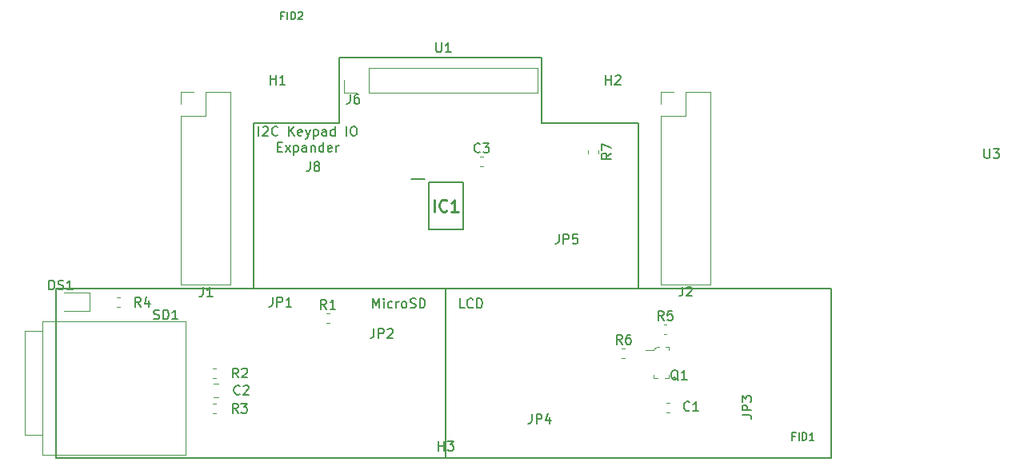
<source format=gbr>
G04 #@! TF.GenerationSoftware,KiCad,Pcbnew,(5.0.2)-1*
G04 #@! TF.CreationDate,2019-10-04T12:45:50+03:00*
G04 #@! TF.ProjectId,UI-Micro-SD,55492d4d-6963-4726-9f2d-53442e6b6963,rev?*
G04 #@! TF.SameCoordinates,Original*
G04 #@! TF.FileFunction,Legend,Top*
G04 #@! TF.FilePolarity,Positive*
%FSLAX46Y46*%
G04 Gerber Fmt 4.6, Leading zero omitted, Abs format (unit mm)*
G04 Created by KiCad (PCBNEW (5.0.2)-1) date 04.10.2019 12:45:50*
%MOMM*%
%LPD*%
G01*
G04 APERTURE LIST*
%ADD10C,0.200000*%
%ADD11C,0.120000*%
%ADD12C,0.100000*%
%ADD13C,0.050000*%
%ADD14C,0.150000*%
%ADD15C,0.254000*%
G04 APERTURE END LIST*
D10*
X129540000Y-109283500D02*
X139763500Y-109283500D01*
X129540000Y-102362000D02*
X129540000Y-109283500D01*
X108140500Y-102362000D02*
X129540000Y-102362000D01*
X108140500Y-109283500D02*
X108140500Y-102362000D01*
X99060000Y-109283500D02*
X108140500Y-109283500D01*
X99608333Y-110663880D02*
X99608333Y-109663880D01*
X100036904Y-109759119D02*
X100084523Y-109711500D01*
X100179761Y-109663880D01*
X100417857Y-109663880D01*
X100513095Y-109711500D01*
X100560714Y-109759119D01*
X100608333Y-109854357D01*
X100608333Y-109949595D01*
X100560714Y-110092452D01*
X99989285Y-110663880D01*
X100608333Y-110663880D01*
X101608333Y-110568642D02*
X101560714Y-110616261D01*
X101417857Y-110663880D01*
X101322619Y-110663880D01*
X101179761Y-110616261D01*
X101084523Y-110521023D01*
X101036904Y-110425785D01*
X100989285Y-110235309D01*
X100989285Y-110092452D01*
X101036904Y-109901976D01*
X101084523Y-109806738D01*
X101179761Y-109711500D01*
X101322619Y-109663880D01*
X101417857Y-109663880D01*
X101560714Y-109711500D01*
X101608333Y-109759119D01*
X102798809Y-110663880D02*
X102798809Y-109663880D01*
X103370238Y-110663880D02*
X102941666Y-110092452D01*
X103370238Y-109663880D02*
X102798809Y-110235309D01*
X104179761Y-110616261D02*
X104084523Y-110663880D01*
X103894047Y-110663880D01*
X103798809Y-110616261D01*
X103751190Y-110521023D01*
X103751190Y-110140071D01*
X103798809Y-110044833D01*
X103894047Y-109997214D01*
X104084523Y-109997214D01*
X104179761Y-110044833D01*
X104227380Y-110140071D01*
X104227380Y-110235309D01*
X103751190Y-110330547D01*
X104560714Y-109997214D02*
X104798809Y-110663880D01*
X105036904Y-109997214D02*
X104798809Y-110663880D01*
X104703571Y-110901976D01*
X104655952Y-110949595D01*
X104560714Y-110997214D01*
X105417857Y-109997214D02*
X105417857Y-110997214D01*
X105417857Y-110044833D02*
X105513095Y-109997214D01*
X105703571Y-109997214D01*
X105798809Y-110044833D01*
X105846428Y-110092452D01*
X105894047Y-110187690D01*
X105894047Y-110473404D01*
X105846428Y-110568642D01*
X105798809Y-110616261D01*
X105703571Y-110663880D01*
X105513095Y-110663880D01*
X105417857Y-110616261D01*
X106751190Y-110663880D02*
X106751190Y-110140071D01*
X106703571Y-110044833D01*
X106608333Y-109997214D01*
X106417857Y-109997214D01*
X106322619Y-110044833D01*
X106751190Y-110616261D02*
X106655952Y-110663880D01*
X106417857Y-110663880D01*
X106322619Y-110616261D01*
X106275000Y-110521023D01*
X106275000Y-110425785D01*
X106322619Y-110330547D01*
X106417857Y-110282928D01*
X106655952Y-110282928D01*
X106751190Y-110235309D01*
X107655952Y-110663880D02*
X107655952Y-109663880D01*
X107655952Y-110616261D02*
X107560714Y-110663880D01*
X107370238Y-110663880D01*
X107275000Y-110616261D01*
X107227380Y-110568642D01*
X107179761Y-110473404D01*
X107179761Y-110187690D01*
X107227380Y-110092452D01*
X107275000Y-110044833D01*
X107370238Y-109997214D01*
X107560714Y-109997214D01*
X107655952Y-110044833D01*
X108894047Y-110663880D02*
X108894047Y-109663880D01*
X109560714Y-109663880D02*
X109751190Y-109663880D01*
X109846428Y-109711500D01*
X109941666Y-109806738D01*
X109989285Y-109997214D01*
X109989285Y-110330547D01*
X109941666Y-110521023D01*
X109846428Y-110616261D01*
X109751190Y-110663880D01*
X109560714Y-110663880D01*
X109465476Y-110616261D01*
X109370238Y-110521023D01*
X109322619Y-110330547D01*
X109322619Y-109997214D01*
X109370238Y-109806738D01*
X109465476Y-109711500D01*
X109560714Y-109663880D01*
X101608333Y-111840071D02*
X101941666Y-111840071D01*
X102084523Y-112363880D02*
X101608333Y-112363880D01*
X101608333Y-111363880D01*
X102084523Y-111363880D01*
X102417857Y-112363880D02*
X102941666Y-111697214D01*
X102417857Y-111697214D02*
X102941666Y-112363880D01*
X103322619Y-111697214D02*
X103322619Y-112697214D01*
X103322619Y-111744833D02*
X103417857Y-111697214D01*
X103608333Y-111697214D01*
X103703571Y-111744833D01*
X103751190Y-111792452D01*
X103798809Y-111887690D01*
X103798809Y-112173404D01*
X103751190Y-112268642D01*
X103703571Y-112316261D01*
X103608333Y-112363880D01*
X103417857Y-112363880D01*
X103322619Y-112316261D01*
X104655952Y-112363880D02*
X104655952Y-111840071D01*
X104608333Y-111744833D01*
X104513095Y-111697214D01*
X104322619Y-111697214D01*
X104227380Y-111744833D01*
X104655952Y-112316261D02*
X104560714Y-112363880D01*
X104322619Y-112363880D01*
X104227380Y-112316261D01*
X104179761Y-112221023D01*
X104179761Y-112125785D01*
X104227380Y-112030547D01*
X104322619Y-111982928D01*
X104560714Y-111982928D01*
X104655952Y-111935309D01*
X105132142Y-111697214D02*
X105132142Y-112363880D01*
X105132142Y-111792452D02*
X105179761Y-111744833D01*
X105275000Y-111697214D01*
X105417857Y-111697214D01*
X105513095Y-111744833D01*
X105560714Y-111840071D01*
X105560714Y-112363880D01*
X106465476Y-112363880D02*
X106465476Y-111363880D01*
X106465476Y-112316261D02*
X106370238Y-112363880D01*
X106179761Y-112363880D01*
X106084523Y-112316261D01*
X106036904Y-112268642D01*
X105989285Y-112173404D01*
X105989285Y-111887690D01*
X106036904Y-111792452D01*
X106084523Y-111744833D01*
X106179761Y-111697214D01*
X106370238Y-111697214D01*
X106465476Y-111744833D01*
X107322619Y-112316261D02*
X107227380Y-112363880D01*
X107036904Y-112363880D01*
X106941666Y-112316261D01*
X106894047Y-112221023D01*
X106894047Y-111840071D01*
X106941666Y-111744833D01*
X107036904Y-111697214D01*
X107227380Y-111697214D01*
X107322619Y-111744833D01*
X107370238Y-111840071D01*
X107370238Y-111935309D01*
X106894047Y-112030547D01*
X107798809Y-112363880D02*
X107798809Y-111697214D01*
X107798809Y-111887690D02*
X107846428Y-111792452D01*
X107894047Y-111744833D01*
X107989285Y-111697214D01*
X108084523Y-111697214D01*
X99060000Y-109283500D02*
X99060000Y-126809500D01*
X78105000Y-126809500D02*
X160147000Y-126809500D01*
X139763500Y-109283500D02*
X139763500Y-126809500D01*
X78105000Y-144780000D02*
X78105000Y-126812040D01*
X123860560Y-144780000D02*
X78105000Y-144780000D01*
X119415560Y-126812040D02*
X119415560Y-144780000D01*
X111688904Y-128895100D02*
X111688904Y-127895100D01*
X112022238Y-128609386D01*
X112355571Y-127895100D01*
X112355571Y-128895100D01*
X112831761Y-128895100D02*
X112831761Y-128228434D01*
X112831761Y-127895100D02*
X112784142Y-127942720D01*
X112831761Y-127990339D01*
X112879380Y-127942720D01*
X112831761Y-127895100D01*
X112831761Y-127990339D01*
X113736523Y-128847481D02*
X113641285Y-128895100D01*
X113450809Y-128895100D01*
X113355571Y-128847481D01*
X113307952Y-128799862D01*
X113260333Y-128704624D01*
X113260333Y-128418910D01*
X113307952Y-128323672D01*
X113355571Y-128276053D01*
X113450809Y-128228434D01*
X113641285Y-128228434D01*
X113736523Y-128276053D01*
X114165095Y-128895100D02*
X114165095Y-128228434D01*
X114165095Y-128418910D02*
X114212714Y-128323672D01*
X114260333Y-128276053D01*
X114355571Y-128228434D01*
X114450809Y-128228434D01*
X114927000Y-128895100D02*
X114831761Y-128847481D01*
X114784142Y-128799862D01*
X114736523Y-128704624D01*
X114736523Y-128418910D01*
X114784142Y-128323672D01*
X114831761Y-128276053D01*
X114927000Y-128228434D01*
X115069857Y-128228434D01*
X115165095Y-128276053D01*
X115212714Y-128323672D01*
X115260333Y-128418910D01*
X115260333Y-128704624D01*
X115212714Y-128799862D01*
X115165095Y-128847481D01*
X115069857Y-128895100D01*
X114927000Y-128895100D01*
X115641285Y-128847481D02*
X115784142Y-128895100D01*
X116022238Y-128895100D01*
X116117476Y-128847481D01*
X116165095Y-128799862D01*
X116212714Y-128704624D01*
X116212714Y-128609386D01*
X116165095Y-128514148D01*
X116117476Y-128466529D01*
X116022238Y-128418910D01*
X115831761Y-128371291D01*
X115736523Y-128323672D01*
X115688904Y-128276053D01*
X115641285Y-128180815D01*
X115641285Y-128085577D01*
X115688904Y-127990339D01*
X115736523Y-127942720D01*
X115831761Y-127895100D01*
X116069857Y-127895100D01*
X116212714Y-127942720D01*
X116641285Y-128895100D02*
X116641285Y-127895100D01*
X116879380Y-127895100D01*
X117022238Y-127942720D01*
X117117476Y-128037958D01*
X117165095Y-128133196D01*
X117212714Y-128323672D01*
X117212714Y-128466529D01*
X117165095Y-128657005D01*
X117117476Y-128752243D01*
X117022238Y-128847481D01*
X116879380Y-128895100D01*
X116641285Y-128895100D01*
X121371763Y-128895100D02*
X120895573Y-128895100D01*
X120895573Y-127895100D01*
X122276525Y-128799862D02*
X122228906Y-128847481D01*
X122086049Y-128895100D01*
X121990811Y-128895100D01*
X121847954Y-128847481D01*
X121752716Y-128752243D01*
X121705097Y-128657005D01*
X121657478Y-128466529D01*
X121657478Y-128323672D01*
X121705097Y-128133196D01*
X121752716Y-128037958D01*
X121847954Y-127942720D01*
X121990811Y-127895100D01*
X122086049Y-127895100D01*
X122228906Y-127942720D01*
X122276525Y-127990339D01*
X122705097Y-128895100D02*
X122705097Y-127895100D01*
X122943192Y-127895100D01*
X123086049Y-127942720D01*
X123181287Y-128037958D01*
X123228906Y-128133196D01*
X123276525Y-128323672D01*
X123276525Y-128466529D01*
X123228906Y-128657005D01*
X123181287Y-128752243D01*
X123086049Y-128847481D01*
X122943192Y-128895100D01*
X122705097Y-128895100D01*
X160147000Y-144780000D02*
X122555000Y-144780000D01*
X160147000Y-126812040D02*
X160147000Y-144780000D01*
D11*
G04 #@! TO.C,C1*
X142727361Y-138930920D02*
X143052919Y-138930920D01*
X142727361Y-139950920D02*
X143052919Y-139950920D01*
G04 #@! TO.C,C2*
X94849182Y-136937680D02*
X95366338Y-136937680D01*
X94849182Y-138357680D02*
X95366338Y-138357680D01*
G04 #@! TO.C,C3*
X123017061Y-113926080D02*
X123342619Y-113926080D01*
X123017061Y-112906080D02*
X123342619Y-112906080D01*
G04 #@! TO.C,DS1*
X79010000Y-129230000D02*
X81695000Y-129230000D01*
X81695000Y-129230000D02*
X81695000Y-127310000D01*
X81695000Y-127310000D02*
X79010000Y-127310000D01*
D10*
G04 #@! TO.C,IC1*
X117561750Y-115609000D02*
X121261750Y-115609000D01*
X121261750Y-115609000D02*
X121261750Y-120609000D01*
X121261750Y-120609000D02*
X117561750Y-120609000D01*
X117561750Y-120609000D02*
X117561750Y-115609000D01*
X115736750Y-115259000D02*
X117211750Y-115259000D01*
D11*
G04 #@! TO.C,J6*
X129092000Y-106105000D02*
X129092000Y-103445000D01*
X111252000Y-106105000D02*
X129092000Y-106105000D01*
X111252000Y-103445000D02*
X129092000Y-103445000D01*
X111252000Y-106105000D02*
X111252000Y-103445000D01*
X109982000Y-106105000D02*
X108652000Y-106105000D01*
X108652000Y-106105000D02*
X108652000Y-104775000D01*
D12*
G04 #@! TO.C,Q1*
X142001500Y-133033500D02*
X141726500Y-133033500D01*
X141726500Y-133033500D02*
X141351500Y-133308500D01*
X141351500Y-133308500D02*
X141351500Y-133358500D01*
X141351500Y-133358500D02*
X140576500Y-133358500D01*
X141826500Y-136333500D02*
X141351500Y-136333500D01*
X141351500Y-136333500D02*
X141351500Y-135983500D01*
X143001500Y-136108500D02*
X143001500Y-135983500D01*
X143001500Y-136033500D02*
X143001500Y-136333500D01*
X143001500Y-136333500D02*
X142551500Y-136333500D01*
X142626500Y-133033500D02*
X143001500Y-133033500D01*
X143001500Y-133033500D02*
X143001500Y-133333500D01*
D11*
G04 #@! TO.C,R1*
X106771221Y-130494500D02*
X107096779Y-130494500D01*
X106771221Y-129474500D02*
X107096779Y-129474500D01*
G04 #@! TO.C,R2*
X94744981Y-135278400D02*
X95070539Y-135278400D01*
X94744981Y-136298400D02*
X95070539Y-136298400D01*
G04 #@! TO.C,R3*
X94744981Y-140016960D02*
X95070539Y-140016960D01*
X94744981Y-138996960D02*
X95070539Y-138996960D01*
G04 #@! TO.C,R4*
X84609721Y-127760000D02*
X84935279Y-127760000D01*
X84609721Y-128780000D02*
X84935279Y-128780000D01*
G04 #@! TO.C,R5*
X142458221Y-131701000D02*
X142783779Y-131701000D01*
X142458221Y-130681000D02*
X142783779Y-130681000D01*
G04 #@! TO.C,R6*
X138338779Y-134241000D02*
X138013221Y-134241000D01*
X138338779Y-133221000D02*
X138013221Y-133221000D01*
G04 #@! TO.C,R7*
X135511000Y-112191581D02*
X135511000Y-112517139D01*
X134491000Y-112191581D02*
X134491000Y-112517139D01*
G04 #@! TO.C,J1*
X91380000Y-105985000D02*
X92710000Y-105985000D01*
X91380000Y-107315000D02*
X91380000Y-105985000D01*
X93980000Y-105985000D02*
X96580000Y-105985000D01*
X93980000Y-108585000D02*
X93980000Y-105985000D01*
X91380000Y-108585000D02*
X93980000Y-108585000D01*
X96580000Y-105985000D02*
X96580000Y-126425000D01*
X91380000Y-108585000D02*
X91380000Y-126425000D01*
X91380000Y-126425000D02*
X96580000Y-126425000D01*
G04 #@! TO.C,J2*
X142180000Y-126425000D02*
X147380000Y-126425000D01*
X142180000Y-108585000D02*
X142180000Y-126425000D01*
X147380000Y-105985000D02*
X147380000Y-126425000D01*
X142180000Y-108585000D02*
X144780000Y-108585000D01*
X144780000Y-108585000D02*
X144780000Y-105985000D01*
X144780000Y-105985000D02*
X147380000Y-105985000D01*
X142180000Y-107315000D02*
X142180000Y-105985000D01*
X142180000Y-105985000D02*
X143510000Y-105985000D01*
D13*
G04 #@! TO.C,SD1*
X76726360Y-144484520D02*
X76726360Y-130284520D01*
X76726360Y-130284520D02*
X91826360Y-130284520D01*
X91826360Y-130284520D02*
X91826360Y-144484520D01*
X91826360Y-144484520D02*
X76726360Y-144484520D01*
X74826360Y-131324520D02*
X74826360Y-142324520D01*
X74826360Y-142324520D02*
X76726360Y-142324520D01*
X74826360Y-131324520D02*
X76726360Y-131324520D01*
G04 #@! TO.C,FID2*
D14*
X102205897Y-97936057D02*
X101939230Y-97936057D01*
X101939230Y-98355104D02*
X101939230Y-97555104D01*
X102320182Y-97555104D01*
X102624944Y-98355104D02*
X102624944Y-97555104D01*
X103005897Y-98355104D02*
X103005897Y-97555104D01*
X103196373Y-97555104D01*
X103310659Y-97593200D01*
X103386849Y-97669390D01*
X103424944Y-97745580D01*
X103463040Y-97897961D01*
X103463040Y-98012247D01*
X103424944Y-98164628D01*
X103386849Y-98240819D01*
X103310659Y-98317009D01*
X103196373Y-98355104D01*
X103005897Y-98355104D01*
X103767801Y-97631295D02*
X103805897Y-97593200D01*
X103882087Y-97555104D01*
X104072563Y-97555104D01*
X104148754Y-97593200D01*
X104186849Y-97631295D01*
X104224944Y-97707485D01*
X104224944Y-97783676D01*
X104186849Y-97897961D01*
X103729706Y-98355104D01*
X104224944Y-98355104D01*
G04 #@! TO.C,H1*
X100822855Y-105227380D02*
X100822855Y-104227380D01*
X100822855Y-104703571D02*
X101394283Y-104703571D01*
X101394283Y-105227380D02*
X101394283Y-104227380D01*
X102394283Y-105227380D02*
X101822855Y-105227380D01*
X102108569Y-105227380D02*
X102108569Y-104227380D01*
X102013331Y-104370238D01*
X101918093Y-104465476D01*
X101822855Y-104513095D01*
G04 #@! TO.C,H2*
X136332055Y-105242620D02*
X136332055Y-104242620D01*
X136332055Y-104718811D02*
X136903483Y-104718811D01*
X136903483Y-105242620D02*
X136903483Y-104242620D01*
X137332055Y-104337859D02*
X137379674Y-104290240D01*
X137474912Y-104242620D01*
X137713007Y-104242620D01*
X137808245Y-104290240D01*
X137855864Y-104337859D01*
X137903483Y-104433097D01*
X137903483Y-104528335D01*
X137855864Y-104671192D01*
X137284436Y-105242620D01*
X137903483Y-105242620D01*
G04 #@! TO.C,H3*
X118633335Y-144013180D02*
X118633335Y-143013180D01*
X118633335Y-143489371D02*
X119204763Y-143489371D01*
X119204763Y-144013180D02*
X119204763Y-143013180D01*
X119585716Y-143013180D02*
X120204763Y-143013180D01*
X119871430Y-143394133D01*
X120014287Y-143394133D01*
X120109525Y-143441752D01*
X120157144Y-143489371D01*
X120204763Y-143584609D01*
X120204763Y-143822704D01*
X120157144Y-143917942D01*
X120109525Y-143965561D01*
X120014287Y-144013180D01*
X119728573Y-144013180D01*
X119633335Y-143965561D01*
X119585716Y-143917942D01*
G04 #@! TO.C,C1*
X145197333Y-139716782D02*
X145149714Y-139764401D01*
X145006857Y-139812020D01*
X144911619Y-139812020D01*
X144768761Y-139764401D01*
X144673523Y-139669163D01*
X144625904Y-139573925D01*
X144578285Y-139383449D01*
X144578285Y-139240592D01*
X144625904Y-139050116D01*
X144673523Y-138954878D01*
X144768761Y-138859640D01*
X144911619Y-138812020D01*
X145006857Y-138812020D01*
X145149714Y-138859640D01*
X145197333Y-138907259D01*
X146149714Y-139812020D02*
X145578285Y-139812020D01*
X145864000Y-139812020D02*
X145864000Y-138812020D01*
X145768761Y-138954878D01*
X145673523Y-139050116D01*
X145578285Y-139097735D01*
G04 #@! TO.C,C2*
X97603013Y-138004822D02*
X97555394Y-138052441D01*
X97412537Y-138100060D01*
X97317299Y-138100060D01*
X97174441Y-138052441D01*
X97079203Y-137957203D01*
X97031584Y-137861965D01*
X96983965Y-137671489D01*
X96983965Y-137528632D01*
X97031584Y-137338156D01*
X97079203Y-137242918D01*
X97174441Y-137147680D01*
X97317299Y-137100060D01*
X97412537Y-137100060D01*
X97555394Y-137147680D01*
X97603013Y-137195299D01*
X97983965Y-137195299D02*
X98031584Y-137147680D01*
X98126822Y-137100060D01*
X98364918Y-137100060D01*
X98460156Y-137147680D01*
X98507775Y-137195299D01*
X98555394Y-137290537D01*
X98555394Y-137385775D01*
X98507775Y-137528632D01*
X97936346Y-138100060D01*
X98555394Y-138100060D01*
G04 #@! TO.C,C3*
X123013173Y-112343222D02*
X122965554Y-112390841D01*
X122822697Y-112438460D01*
X122727459Y-112438460D01*
X122584601Y-112390841D01*
X122489363Y-112295603D01*
X122441744Y-112200365D01*
X122394125Y-112009889D01*
X122394125Y-111867032D01*
X122441744Y-111676556D01*
X122489363Y-111581318D01*
X122584601Y-111486080D01*
X122727459Y-111438460D01*
X122822697Y-111438460D01*
X122965554Y-111486080D01*
X123013173Y-111533699D01*
X123346506Y-111438460D02*
X123965554Y-111438460D01*
X123632220Y-111819413D01*
X123775078Y-111819413D01*
X123870316Y-111867032D01*
X123917935Y-111914651D01*
X123965554Y-112009889D01*
X123965554Y-112247984D01*
X123917935Y-112343222D01*
X123870316Y-112390841D01*
X123775078Y-112438460D01*
X123489363Y-112438460D01*
X123394125Y-112390841D01*
X123346506Y-112343222D01*
G04 #@! TO.C,DS1*
X77419034Y-126964700D02*
X77419034Y-125964700D01*
X77657129Y-125964700D01*
X77799986Y-126012320D01*
X77895224Y-126107558D01*
X77942843Y-126202796D01*
X77990462Y-126393272D01*
X77990462Y-126536129D01*
X77942843Y-126726605D01*
X77895224Y-126821843D01*
X77799986Y-126917081D01*
X77657129Y-126964700D01*
X77419034Y-126964700D01*
X78371415Y-126917081D02*
X78514272Y-126964700D01*
X78752367Y-126964700D01*
X78847605Y-126917081D01*
X78895224Y-126869462D01*
X78942843Y-126774224D01*
X78942843Y-126678986D01*
X78895224Y-126583748D01*
X78847605Y-126536129D01*
X78752367Y-126488510D01*
X78561891Y-126440891D01*
X78466653Y-126393272D01*
X78419034Y-126345653D01*
X78371415Y-126250415D01*
X78371415Y-126155177D01*
X78419034Y-126059939D01*
X78466653Y-126012320D01*
X78561891Y-125964700D01*
X78799986Y-125964700D01*
X78942843Y-126012320D01*
X79895224Y-126964700D02*
X79323796Y-126964700D01*
X79609510Y-126964700D02*
X79609510Y-125964700D01*
X79514272Y-126107558D01*
X79419034Y-126202796D01*
X79323796Y-126250415D01*
G04 #@! TO.C,FID1*
X156343457Y-142492737D02*
X156076790Y-142492737D01*
X156076790Y-142911784D02*
X156076790Y-142111784D01*
X156457742Y-142111784D01*
X156762504Y-142911784D02*
X156762504Y-142111784D01*
X157143457Y-142911784D02*
X157143457Y-142111784D01*
X157333933Y-142111784D01*
X157448219Y-142149880D01*
X157524409Y-142226070D01*
X157562504Y-142302260D01*
X157600600Y-142454641D01*
X157600600Y-142568927D01*
X157562504Y-142721308D01*
X157524409Y-142797499D01*
X157448219Y-142873689D01*
X157333933Y-142911784D01*
X157143457Y-142911784D01*
X158362504Y-142911784D02*
X157905361Y-142911784D01*
X158133933Y-142911784D02*
X158133933Y-142111784D01*
X158057742Y-142226070D01*
X157981552Y-142302260D01*
X157905361Y-142340356D01*
G04 #@! TO.C,IC1*
D15*
X118171988Y-118683523D02*
X118171988Y-117413523D01*
X119502464Y-118562571D02*
X119441988Y-118623047D01*
X119260559Y-118683523D01*
X119139607Y-118683523D01*
X118958178Y-118623047D01*
X118837226Y-118502095D01*
X118776750Y-118381142D01*
X118716273Y-118139238D01*
X118716273Y-117957809D01*
X118776750Y-117715904D01*
X118837226Y-117594952D01*
X118958178Y-117474000D01*
X119139607Y-117413523D01*
X119260559Y-117413523D01*
X119441988Y-117474000D01*
X119502464Y-117534476D01*
X120711988Y-118683523D02*
X119986273Y-118683523D01*
X120349130Y-118683523D02*
X120349130Y-117413523D01*
X120228178Y-117594952D01*
X120107226Y-117715904D01*
X119986273Y-117776380D01*
G04 #@! TO.C,J6*
D14*
X109267666Y-106259380D02*
X109267666Y-106973666D01*
X109220047Y-107116523D01*
X109124809Y-107211761D01*
X108981952Y-107259380D01*
X108886714Y-107259380D01*
X110172428Y-106259380D02*
X109981952Y-106259380D01*
X109886714Y-106307000D01*
X109839095Y-106354619D01*
X109743857Y-106497476D01*
X109696238Y-106687952D01*
X109696238Y-107068904D01*
X109743857Y-107164142D01*
X109791476Y-107211761D01*
X109886714Y-107259380D01*
X110077190Y-107259380D01*
X110172428Y-107211761D01*
X110220047Y-107164142D01*
X110267666Y-107068904D01*
X110267666Y-106830809D01*
X110220047Y-106735571D01*
X110172428Y-106687952D01*
X110077190Y-106640333D01*
X109886714Y-106640333D01*
X109791476Y-106687952D01*
X109743857Y-106735571D01*
X109696238Y-106830809D01*
G04 #@! TO.C,Q1*
X144004041Y-136574779D02*
X143908803Y-136527160D01*
X143813565Y-136431921D01*
X143670708Y-136289064D01*
X143575470Y-136241445D01*
X143480232Y-136241445D01*
X143527851Y-136479540D02*
X143432613Y-136431921D01*
X143337375Y-136336683D01*
X143289756Y-136146207D01*
X143289756Y-135812874D01*
X143337375Y-135622398D01*
X143432613Y-135527160D01*
X143527851Y-135479540D01*
X143718327Y-135479540D01*
X143813565Y-135527160D01*
X143908803Y-135622398D01*
X143956422Y-135812874D01*
X143956422Y-136146207D01*
X143908803Y-136336683D01*
X143813565Y-136431921D01*
X143718327Y-136479540D01*
X143527851Y-136479540D01*
X144908803Y-136479540D02*
X144337375Y-136479540D01*
X144623089Y-136479540D02*
X144623089Y-135479540D01*
X144527851Y-135622398D01*
X144432613Y-135717636D01*
X144337375Y-135765255D01*
G04 #@! TO.C,R1*
X106767333Y-129006880D02*
X106434000Y-128530690D01*
X106195904Y-129006880D02*
X106195904Y-128006880D01*
X106576857Y-128006880D01*
X106672095Y-128054500D01*
X106719714Y-128102119D01*
X106767333Y-128197357D01*
X106767333Y-128340214D01*
X106719714Y-128435452D01*
X106672095Y-128483071D01*
X106576857Y-128530690D01*
X106195904Y-128530690D01*
X107719714Y-129006880D02*
X107148285Y-129006880D01*
X107434000Y-129006880D02*
X107434000Y-128006880D01*
X107338761Y-128149738D01*
X107243523Y-128244976D01*
X107148285Y-128292595D01*
G04 #@! TO.C,R2*
X97446293Y-136276340D02*
X97112960Y-135800150D01*
X96874864Y-136276340D02*
X96874864Y-135276340D01*
X97255817Y-135276340D01*
X97351055Y-135323960D01*
X97398674Y-135371579D01*
X97446293Y-135466817D01*
X97446293Y-135609674D01*
X97398674Y-135704912D01*
X97351055Y-135752531D01*
X97255817Y-135800150D01*
X96874864Y-135800150D01*
X97827245Y-135371579D02*
X97874864Y-135323960D01*
X97970102Y-135276340D01*
X98208198Y-135276340D01*
X98303436Y-135323960D01*
X98351055Y-135371579D01*
X98398674Y-135466817D01*
X98398674Y-135562055D01*
X98351055Y-135704912D01*
X97779626Y-136276340D01*
X98398674Y-136276340D01*
G04 #@! TO.C,R3*
X97413173Y-140025380D02*
X97079840Y-139549190D01*
X96841744Y-140025380D02*
X96841744Y-139025380D01*
X97222697Y-139025380D01*
X97317935Y-139073000D01*
X97365554Y-139120619D01*
X97413173Y-139215857D01*
X97413173Y-139358714D01*
X97365554Y-139453952D01*
X97317935Y-139501571D01*
X97222697Y-139549190D01*
X96841744Y-139549190D01*
X97746506Y-139025380D02*
X98365554Y-139025380D01*
X98032220Y-139406333D01*
X98175078Y-139406333D01*
X98270316Y-139453952D01*
X98317935Y-139501571D01*
X98365554Y-139596809D01*
X98365554Y-139834904D01*
X98317935Y-139930142D01*
X98270316Y-139977761D01*
X98175078Y-140025380D01*
X97889363Y-140025380D01*
X97794125Y-139977761D01*
X97746506Y-139930142D01*
G04 #@! TO.C,R4*
X87122973Y-128752860D02*
X86789640Y-128276670D01*
X86551544Y-128752860D02*
X86551544Y-127752860D01*
X86932497Y-127752860D01*
X87027735Y-127800480D01*
X87075354Y-127848099D01*
X87122973Y-127943337D01*
X87122973Y-128086194D01*
X87075354Y-128181432D01*
X87027735Y-128229051D01*
X86932497Y-128276670D01*
X86551544Y-128276670D01*
X87980116Y-128086194D02*
X87980116Y-128752860D01*
X87742020Y-127705241D02*
X87503925Y-128419527D01*
X88122973Y-128419527D01*
G04 #@! TO.C,R5*
X142454333Y-130213380D02*
X142121000Y-129737190D01*
X141882904Y-130213380D02*
X141882904Y-129213380D01*
X142263857Y-129213380D01*
X142359095Y-129261000D01*
X142406714Y-129308619D01*
X142454333Y-129403857D01*
X142454333Y-129546714D01*
X142406714Y-129641952D01*
X142359095Y-129689571D01*
X142263857Y-129737190D01*
X141882904Y-129737190D01*
X143359095Y-129213380D02*
X142882904Y-129213380D01*
X142835285Y-129689571D01*
X142882904Y-129641952D01*
X142978142Y-129594333D01*
X143216238Y-129594333D01*
X143311476Y-129641952D01*
X143359095Y-129689571D01*
X143406714Y-129784809D01*
X143406714Y-130022904D01*
X143359095Y-130118142D01*
X143311476Y-130165761D01*
X143216238Y-130213380D01*
X142978142Y-130213380D01*
X142882904Y-130165761D01*
X142835285Y-130118142D01*
G04 #@! TO.C,R6*
X138049973Y-132740660D02*
X137716640Y-132264470D01*
X137478544Y-132740660D02*
X137478544Y-131740660D01*
X137859497Y-131740660D01*
X137954735Y-131788280D01*
X138002354Y-131835899D01*
X138049973Y-131931137D01*
X138049973Y-132073994D01*
X138002354Y-132169232D01*
X137954735Y-132216851D01*
X137859497Y-132264470D01*
X137478544Y-132264470D01*
X138907116Y-131740660D02*
X138716640Y-131740660D01*
X138621401Y-131788280D01*
X138573782Y-131835899D01*
X138478544Y-131978756D01*
X138430925Y-132169232D01*
X138430925Y-132550184D01*
X138478544Y-132645422D01*
X138526163Y-132693041D01*
X138621401Y-132740660D01*
X138811878Y-132740660D01*
X138907116Y-132693041D01*
X138954735Y-132645422D01*
X139002354Y-132550184D01*
X139002354Y-132312089D01*
X138954735Y-132216851D01*
X138907116Y-132169232D01*
X138811878Y-132121613D01*
X138621401Y-132121613D01*
X138526163Y-132169232D01*
X138478544Y-132216851D01*
X138430925Y-132312089D01*
G04 #@! TO.C,U1*
X118364095Y-100806380D02*
X118364095Y-101615904D01*
X118411714Y-101711142D01*
X118459333Y-101758761D01*
X118554571Y-101806380D01*
X118745047Y-101806380D01*
X118840285Y-101758761D01*
X118887904Y-101711142D01*
X118935523Y-101615904D01*
X118935523Y-100806380D01*
X119935523Y-101806380D02*
X119364095Y-101806380D01*
X119649809Y-101806380D02*
X119649809Y-100806380D01*
X119554571Y-100949238D01*
X119459333Y-101044476D01*
X119364095Y-101092095D01*
G04 #@! TO.C,R7*
X136883380Y-112521026D02*
X136407190Y-112854360D01*
X136883380Y-113092455D02*
X135883380Y-113092455D01*
X135883380Y-112711502D01*
X135931000Y-112616264D01*
X135978619Y-112568645D01*
X136073857Y-112521026D01*
X136216714Y-112521026D01*
X136311952Y-112568645D01*
X136359571Y-112616264D01*
X136407190Y-112711502D01*
X136407190Y-113092455D01*
X135883380Y-112187693D02*
X135883380Y-111521026D01*
X136883380Y-111949598D01*
G04 #@! TO.C,J1*
X93710166Y-126706380D02*
X93710166Y-127420666D01*
X93662547Y-127563523D01*
X93567309Y-127658761D01*
X93424452Y-127706380D01*
X93329214Y-127706380D01*
X94710166Y-127706380D02*
X94138738Y-127706380D01*
X94424452Y-127706380D02*
X94424452Y-126706380D01*
X94329214Y-126849238D01*
X94233976Y-126944476D01*
X94138738Y-126992095D01*
G04 #@! TO.C,J2*
X144446666Y-126642880D02*
X144446666Y-127357166D01*
X144399047Y-127500023D01*
X144303809Y-127595261D01*
X144160952Y-127642880D01*
X144065714Y-127642880D01*
X144875238Y-126738119D02*
X144922857Y-126690500D01*
X145018095Y-126642880D01*
X145256190Y-126642880D01*
X145351428Y-126690500D01*
X145399047Y-126738119D01*
X145446666Y-126833357D01*
X145446666Y-126928595D01*
X145399047Y-127071452D01*
X144827619Y-127642880D01*
X145446666Y-127642880D01*
G04 #@! TO.C,JP2*
X111798646Y-131087880D02*
X111798646Y-131802166D01*
X111751027Y-131945023D01*
X111655789Y-132040261D01*
X111512932Y-132087880D01*
X111417694Y-132087880D01*
X112274837Y-132087880D02*
X112274837Y-131087880D01*
X112655789Y-131087880D01*
X112751027Y-131135500D01*
X112798646Y-131183119D01*
X112846265Y-131278357D01*
X112846265Y-131421214D01*
X112798646Y-131516452D01*
X112751027Y-131564071D01*
X112655789Y-131611690D01*
X112274837Y-131611690D01*
X113227218Y-131183119D02*
X113274837Y-131135500D01*
X113370075Y-131087880D01*
X113608170Y-131087880D01*
X113703408Y-131135500D01*
X113751027Y-131183119D01*
X113798646Y-131278357D01*
X113798646Y-131373595D01*
X113751027Y-131516452D01*
X113179599Y-132087880D01*
X113798646Y-132087880D01*
G04 #@! TO.C,JP3*
X150749660Y-140228213D02*
X151463946Y-140228213D01*
X151606803Y-140275832D01*
X151702041Y-140371070D01*
X151749660Y-140513927D01*
X151749660Y-140609165D01*
X151749660Y-139752022D02*
X150749660Y-139752022D01*
X150749660Y-139371070D01*
X150797280Y-139275832D01*
X150844899Y-139228213D01*
X150940137Y-139180594D01*
X151082994Y-139180594D01*
X151178232Y-139228213D01*
X151225851Y-139275832D01*
X151273470Y-139371070D01*
X151273470Y-139752022D01*
X150749660Y-138847260D02*
X150749660Y-138228213D01*
X151130613Y-138561546D01*
X151130613Y-138418689D01*
X151178232Y-138323451D01*
X151225851Y-138275832D01*
X151321089Y-138228213D01*
X151559184Y-138228213D01*
X151654422Y-138275832D01*
X151702041Y-138323451D01*
X151749660Y-138418689D01*
X151749660Y-138704403D01*
X151702041Y-138799641D01*
X151654422Y-138847260D01*
G04 #@! TO.C,JP4*
X128521506Y-140134880D02*
X128521506Y-140849166D01*
X128473887Y-140992023D01*
X128378649Y-141087261D01*
X128235792Y-141134880D01*
X128140554Y-141134880D01*
X128997697Y-141134880D02*
X128997697Y-140134880D01*
X129378649Y-140134880D01*
X129473887Y-140182500D01*
X129521506Y-140230119D01*
X129569125Y-140325357D01*
X129569125Y-140468214D01*
X129521506Y-140563452D01*
X129473887Y-140611071D01*
X129378649Y-140658690D01*
X128997697Y-140658690D01*
X130426268Y-140468214D02*
X130426268Y-141134880D01*
X130188173Y-140087261D02*
X129950078Y-140801547D01*
X130569125Y-140801547D01*
G04 #@! TO.C,JP5*
X131386366Y-121098060D02*
X131386366Y-121812346D01*
X131338747Y-121955203D01*
X131243509Y-122050441D01*
X131100652Y-122098060D01*
X131005414Y-122098060D01*
X131862557Y-122098060D02*
X131862557Y-121098060D01*
X132243509Y-121098060D01*
X132338747Y-121145680D01*
X132386366Y-121193299D01*
X132433985Y-121288537D01*
X132433985Y-121431394D01*
X132386366Y-121526632D01*
X132338747Y-121574251D01*
X132243509Y-121621870D01*
X131862557Y-121621870D01*
X133338747Y-121098060D02*
X132862557Y-121098060D01*
X132814938Y-121574251D01*
X132862557Y-121526632D01*
X132957795Y-121479013D01*
X133195890Y-121479013D01*
X133291128Y-121526632D01*
X133338747Y-121574251D01*
X133386366Y-121669489D01*
X133386366Y-121907584D01*
X133338747Y-122002822D01*
X133291128Y-122050441D01*
X133195890Y-122098060D01*
X132957795Y-122098060D01*
X132862557Y-122050441D01*
X132814938Y-122002822D01*
G04 #@! TO.C,JP1*
X101072226Y-127763780D02*
X101072226Y-128478066D01*
X101024607Y-128620923D01*
X100929369Y-128716161D01*
X100786512Y-128763780D01*
X100691274Y-128763780D01*
X101548417Y-128763780D02*
X101548417Y-127763780D01*
X101929369Y-127763780D01*
X102024607Y-127811400D01*
X102072226Y-127859019D01*
X102119845Y-127954257D01*
X102119845Y-128097114D01*
X102072226Y-128192352D01*
X102024607Y-128239971D01*
X101929369Y-128287590D01*
X101548417Y-128287590D01*
X103072226Y-128763780D02*
X102500798Y-128763780D01*
X102786512Y-128763780D02*
X102786512Y-127763780D01*
X102691274Y-127906638D01*
X102596036Y-128001876D01*
X102500798Y-128049495D01*
G04 #@! TO.C,SD1*
X88506775Y-130046361D02*
X88649632Y-130093980D01*
X88887727Y-130093980D01*
X88982965Y-130046361D01*
X89030584Y-129998742D01*
X89078203Y-129903504D01*
X89078203Y-129808266D01*
X89030584Y-129713028D01*
X88982965Y-129665409D01*
X88887727Y-129617790D01*
X88697251Y-129570171D01*
X88602013Y-129522552D01*
X88554394Y-129474933D01*
X88506775Y-129379695D01*
X88506775Y-129284457D01*
X88554394Y-129189219D01*
X88602013Y-129141600D01*
X88697251Y-129093980D01*
X88935346Y-129093980D01*
X89078203Y-129141600D01*
X89506775Y-130093980D02*
X89506775Y-129093980D01*
X89744870Y-129093980D01*
X89887727Y-129141600D01*
X89982965Y-129236838D01*
X90030584Y-129332076D01*
X90078203Y-129522552D01*
X90078203Y-129665409D01*
X90030584Y-129855885D01*
X89982965Y-129951123D01*
X89887727Y-130046361D01*
X89744870Y-130093980D01*
X89506775Y-130093980D01*
X91030584Y-130093980D02*
X90459156Y-130093980D01*
X90744870Y-130093980D02*
X90744870Y-129093980D01*
X90649632Y-129236838D01*
X90554394Y-129332076D01*
X90459156Y-129379695D01*
G04 #@! TO.C,U3*
X176387855Y-112050580D02*
X176387855Y-112860104D01*
X176435474Y-112955342D01*
X176483093Y-113002961D01*
X176578331Y-113050580D01*
X176768807Y-113050580D01*
X176864045Y-113002961D01*
X176911664Y-112955342D01*
X176959283Y-112860104D01*
X176959283Y-112050580D01*
X177340236Y-112050580D02*
X177959283Y-112050580D01*
X177625950Y-112431533D01*
X177768807Y-112431533D01*
X177864045Y-112479152D01*
X177911664Y-112526771D01*
X177959283Y-112622009D01*
X177959283Y-112860104D01*
X177911664Y-112955342D01*
X177864045Y-113002961D01*
X177768807Y-113050580D01*
X177483093Y-113050580D01*
X177387855Y-113002961D01*
X177340236Y-112955342D01*
G04 #@! TO.C,J8*
X105041426Y-113406580D02*
X105041426Y-114120866D01*
X104993807Y-114263723D01*
X104898569Y-114358961D01*
X104755712Y-114406580D01*
X104660474Y-114406580D01*
X105660474Y-113835152D02*
X105565236Y-113787533D01*
X105517617Y-113739914D01*
X105469998Y-113644676D01*
X105469998Y-113597057D01*
X105517617Y-113501819D01*
X105565236Y-113454200D01*
X105660474Y-113406580D01*
X105850950Y-113406580D01*
X105946188Y-113454200D01*
X105993807Y-113501819D01*
X106041426Y-113597057D01*
X106041426Y-113644676D01*
X105993807Y-113739914D01*
X105946188Y-113787533D01*
X105850950Y-113835152D01*
X105660474Y-113835152D01*
X105565236Y-113882771D01*
X105517617Y-113930390D01*
X105469998Y-114025628D01*
X105469998Y-114216104D01*
X105517617Y-114311342D01*
X105565236Y-114358961D01*
X105660474Y-114406580D01*
X105850950Y-114406580D01*
X105946188Y-114358961D01*
X105993807Y-114311342D01*
X106041426Y-114216104D01*
X106041426Y-114025628D01*
X105993807Y-113930390D01*
X105946188Y-113882771D01*
X105850950Y-113835152D01*
G04 #@! TD*
M02*

</source>
